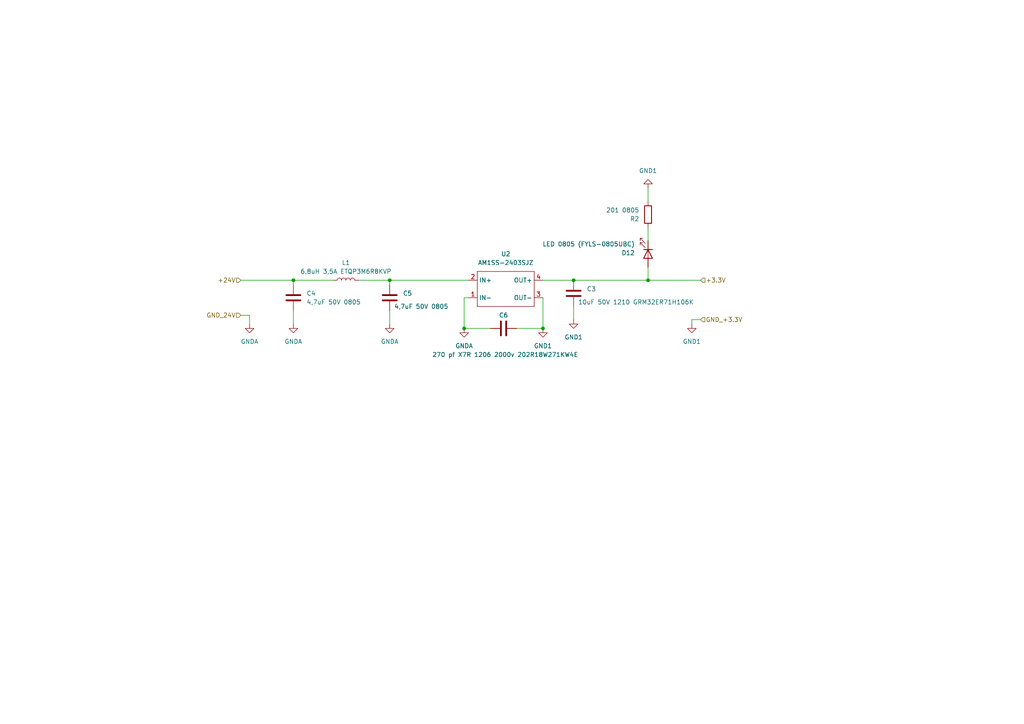
<source format=kicad_sch>
(kicad_sch (version 20230121) (generator eeschema)
  (paper "A4")
  (lib_symbols
    (symbol "Converter_DCDC:AM1SS-"
      (property "Reference" "U" (at -1.27 2.54 0))
      (property "Value" "AM1SS-" (at 0 0 0))
      (symbol "AM1SS-_0_1"
        (rectangle (start -6.35 -2.54) (end 10.16 -12.7))
      )
      (symbol "AM1SS-_1_1"
        (pin input line (at -8.89 -5.08 0) (length 2.56) (name "IN-") (number "1"))
        (pin input line (at -8.89 -10.16 0) (length 2.56) (name "IN+") (number "2"))
        (pin output line (at 12.7 -5.08 180) (length 2.56) (name "OUT-") (number "3"))
        (pin output line (at 12.7 -10.16 180) (length 2.56) (name "OUT+") (number "4"))
      )
    )
    (symbol "Device:C" (pin_numbers hide) (pin_names (offset 0.254))
      (property "Reference" "C" (at 0.635 2.54 0))
      (property "Value" "C" (at 0.635 -2.54 0))
      (symbol "C_0_1"
        (polyline (pts (xy -2.032 -0.762) (xy 2.032 -0.762)) (stroke (width 0.508)))
        (polyline (pts (xy -2.032 0.762) (xy 2.032 0.762)) (stroke (width 0.508)))
      )
      (symbol "C_1_1"
        (pin passive line (at 0 3.81 270) (length 2.794) (name "~") (number "1"))
        (pin passive line (at 0 -3.81 90) (length 2.794) (name "~") (number "2"))
      )
    )
    (symbol "Device:L" (pin_numbers hide) (pin_names (offset 1.016) hide)
      (property "Reference" "L" (at -1.27 0 90))
      (property "Value" "L" (at 1.905 0 90))
      (symbol "L_0_1"
        (arc (start 0 -2.54) (mid 0.6323 -1.905) (end 0 -1.27))
        (arc (start 0 -1.27) (mid 0.6323 -0.635) (end 0 0))
        (arc (start 0 0) (mid 0.6323 0.635) (end 0 1.27))
        (arc (start 0 1.27) (mid 0.6323 1.905) (end 0 2.54))
      )
      (symbol "L_1_1"
        (pin passive line (at 0 3.81 270) (length 1.27) (name "1") (number "1"))
        (pin passive line (at 0 -3.81 90) (length 1.27) (name "2") (number "2"))
      )
    )
    (symbol "Device:LED" (pin_numbers hide) (pin_names (offset 1.016) hide)
      (property "Reference" "D" (at 0 2.54 0))
      (property "Value" "LED" (at 0 -2.54 0))
      (symbol "LED_0_1"
        (polyline (pts (xy -1.27 -1.27) (xy -1.27 1.27)) (stroke (width 0.254)))
        (polyline (pts (xy -1.27 0) (xy 1.27 0)))
        (polyline (pts (xy 1.27 -1.27) (xy 1.27 1.27) (xy -1.27 0) (xy 1.27 -1.27)) (stroke (width 0.254)))
        (polyline (pts (xy -3.048 -0.762) (xy -4.572 -2.286) (xy -3.81 -2.286) (xy -4.572 -2.286) (xy -4.572 -1.524)))
        (polyline (pts (xy -1.778 -0.762) (xy -3.302 -2.286) (xy -2.54 -2.286) (xy -3.302 -2.286) (xy -3.302 -1.524)))
      )
      (symbol "LED_1_1"
        (pin passive line (at -3.81 0 0) (length 2.54) (name "K") (number "1"))
        (pin passive line (at 3.81 0 180) (length 2.54) (name "A") (number "2"))
      )
    )
    (symbol "Device:R" (pin_numbers hide) (pin_names (offset 0))
      (property "Reference" "R" (at 2.032 0 90))
      (property "Value" "R" (at 0 0 90))
      (symbol "R_0_1"
        (rectangle (start -1.016 -2.54) (end 1.016 2.54) (stroke (width 0.254)))
      )
      (symbol "R_1_1"
        (pin passive line (at 0 3.81 270) (length 1.27) (name "~") (number "1"))
        (pin passive line (at 0 -3.81 90) (length 1.27) (name "~") (number "2"))
      )
    )
    (symbol "PCM_4ms_Power-symbol:GNDA" (power) (pin_numbers hide) (pin_names (offset 0) hide)
      (property "Value" "GNDA" (at 0 -3.81 0))
      (symbol "GNDA_0_1"
        (polyline (pts (xy 0 0) (xy 0 -1.27) (xy 1.27 -1.27) (xy 0 -2.54) (xy -1.27 -1.27) (xy 0 -1.27)))
      )
      (symbol "GNDA_1_1"
        (pin power_in line (at 0 0 270) (length 0) hide (name "GNDA") (number "1"))
      )
    )
    (symbol "power:GND1" (power) (pin_names (offset 0))
      (property "Value" "GND1" (at 0 -3.81 0))
      (symbol "GND1_0_1"
        (polyline (pts (xy 0 0) (xy 0 -1.27) (xy 1.27 -1.27) (xy 0 -2.54) (xy -1.27 -1.27) (xy 0 -1.27)))
      )
      (symbol "GND1_1_1"
        (pin power_in line (at 0 0 270) (length 0) hide (name "GND1") (number "1"))
      )
    )
  )
  (junction (at 166.37 81.28))
  (junction (at 85.09 81.28))
  (junction (at 157.48 95.25))
  (junction (at 113.03 81.28))
  (junction (at 134.62 95.25))
  (junction (at 187.96 81.28))
  (wire (pts (xy 113.03 82.55) (xy 113.03 81.28)))
  (wire (pts (xy 166.37 81.28) (xy 187.96 81.28)))
  (wire (pts (xy 149.86 95.25) (xy 157.48 95.25)))
  (wire (pts (xy 104.14 81.28) (xy 113.03 81.28)))
  (wire (pts (xy 187.96 69.85) (xy 187.96 66.04)))
  (wire (pts (xy 166.37 88.9) (xy 166.37 92.71)))
  (wire (pts (xy 157.48 81.28) (xy 166.37 81.28)))
  (wire (pts (xy 187.96 81.28) (xy 203.2 81.28)))
  (wire (pts (xy 72.39 91.44) (xy 72.39 93.98)))
  (wire (pts (xy 187.96 54.61) (xy 187.96 58.42)))
  (wire (pts (xy 200.66 92.71) (xy 200.66 93.98)))
  (wire (pts (xy 157.48 86.36) (xy 157.48 95.25)))
  (wire (pts (xy 134.62 95.25) (xy 142.24 95.25)))
  (wire (pts (xy 85.09 82.55) (xy 85.09 81.28)))
  (wire (pts (xy 69.85 81.28) (xy 85.09 81.28)))
  (wire (pts (xy 85.09 93.98) (xy 85.09 90.17)))
  (wire (pts (xy 85.09 81.28) (xy 96.52 81.28)))
  (wire (pts (xy 113.03 81.28) (xy 135.89 81.28)))
  (wire (pts (xy 69.85 91.44) (xy 72.39 91.44)))
  (wire (pts (xy 203.2 92.71) (xy 200.66 92.71)))
  (wire (pts (xy 187.96 77.47) (xy 187.96 81.28)))
  (wire (pts (xy 135.89 86.36) (xy 134.62 86.36)))
  (wire (pts (xy 113.03 93.98) (xy 113.03 90.17)))
  (wire (pts (xy 134.62 86.36) (xy 134.62 95.25)))
  (hierarchical_label "GND_24V" (shape input) (at 69.85 91.44 180))
  (hierarchical_label "GND_+3.3V" (shape input) (at 203.2 92.71 0))
  (hierarchical_label "+24V" (shape input) (at 69.85 81.28 180))
  (hierarchical_label "+3.3V" (shape input) (at 203.2 81.28 0))
  (symbol (lib_id "power:GND1") (at 187.96 54.61 180) (unit 1)
    (property "Reference" "#PWR0181" (effects hide))
    (property "Value" "GND1" (at 187.96 49.53 0))
    (instances (project "Материнская плата" (path "" (reference "#PWR0181") (unit 1))) (project "Плата основного контроллера" (path "" (reference "#PWR017") (unit 1))) (project "Плата внешних шаговых двигателей" (path "" (reference "#PWR016") (unit 1))))
  )
  (symbol (lib_id "Device:LED") (at 187.96 73.66 270) (unit 1)
    (property "Reference" "D12" (at 184.15 73.3425 90) (effects (justify right)))
    (property "Value" "LED 0805 (FYLS-0805UBC)" (at 184.15 70.8025 90) (effects (justify right)))
    (property "Footprint" "LED_SMD:LED_0805_2012Metric_Pad1.15x1.40mm_HandSolder" (effects hide))
    (instances (project "Материнская плата" (path "" (reference "D12") (unit 1)) (path "" (reference "D14") (unit 1))))
  )
  (symbol (lib_id "Device:L") (at 100.33 81.28 90) (unit 1)
    (property "Reference" "L1" (at 100.33 76.2 90))
    (property "Value" "6,8uH 3,5A ETQP3M6R8KVP" (at 100.33 78.74 90))
    (property "Footprint" "PCM_Inductor_SMD_Handsoldering_AKL:L_Bourns-SRN6028" (effects hide))
  )
  (symbol (lib_id "Device:C") (at 85.09 86.36 0) (unit 1)
    (property "Reference" "C4" (at 88.9 85.09 0) (effects (justify left)))
    (property "Value" "4,7uF 50V 0805" (at 88.9 87.63 0) (effects (justify left)))
    (property "Footprint" "PCM_Capacitor_SMD_AKL:C_0805_2012Metric_Pad1.18x1.45mm_HandSolder" (effects hide))
    (instances (project "Материнская плата" (path "" (reference "C4") (unit 1))) (project "Плата основного контроллера" (path "" (reference "C11") (unit 1))) (project "Плата внешних шаговых двигателей" (path "" (reference "C11") (unit 1))))
  )
  (symbol (lib_id "Converter_DCDC:AM1SS-") (at 144.78 91.44 0) (mirror x) (unit 1)
    (property "Reference" "U2" (at 146.685 73.66 0))
    (property "Value" "AM1SS-2403SJZ" (at 146.685 76.2 0))
    (property "Footprint" "Converter_DCDC:Converter_DCDC_Murata_CRE1xxxxxx3C_THT" (effects hide))
    (property "Datasheet" "https://www.aimtec.com/site/Aimtec/files/Datasheet/HighResolution/am1ss-jz.pdf" (effects hide))
    (instances (project "Материнская плата" (path "" (reference "U2") (unit 1))) (project "Плата основного контроллера" (path "" (reference "U4") (unit 1))) (project "Плата внешних шаговых двигателей" (path "" (reference "U5") (unit 1))))
  )
  (symbol (lib_id "Device:R") (at 187.96 62.23 180) (unit 1)
    (property "Reference" "R2" (at 185.42 63.5 0) (effects (justify left)))
    (property "Value" "201 0805" (at 185.42 60.96 0) (effects (justify left)))
    (property "Footprint" "PCM_Resistor_SMD_AKL:R_0805_2012Metric_Pad1.15x1.40mm" (effects hide))
    (instances (project "Материнская плата" (path "" (reference "R2") (unit 1)) (path "" (reference "R8") (unit 1))))
  )
  (symbol (lib_id "power:GND1") (at 200.66 93.98 0) (unit 1)
    (property "Reference" "#PWR0174" (effects hide))
    (property "Value" "GND1" (at 200.66 99.06 0))
    (instances (project "Материнская плата" (path "" (reference "#PWR0174") (unit 1))) (project "Плата основного контроллера" (path "" (reference "#PWR017") (unit 1))) (project "Плата внешних шаговых двигателей" (path "" (reference "#PWR016") (unit 1))))
  )
  (symbol (lib_id "power:GND1") (at 157.48 95.25 0) (unit 1)
    (property "Reference" "#PWR0177" (effects hide))
    (property "Value" "GND1" (at 157.48 100.33 0))
    (instances (project "Материнская плата" (path "" (reference "#PWR0177") (unit 1))) (project "Плата основного контроллера" (path "" (reference "#PWR017") (unit 1))) (project "Плата внешних шаговых двигателей" (path "" (reference "#PWR016") (unit 1))))
  )
  (symbol (lib_id "Device:C") (at 166.37 85.09 0) (unit 1)
    (property "Reference" "C3" (at 170.18 83.82 0) (effects (justify left)))
    (property "Value" "10uF 50V 1210 GRM32ER71H106K" (at 167.64 87.63 0) (effects (justify left)))
    (property "Footprint" "PCM_Capacitor_SMD_AKL:C_1210_3225Metric_Pad1.42x2.65mm_HandSolder" (effects hide))
    (instances (project "Материнская плата" (path "" (reference "C3") (unit 1))) (project "Плата основного контроллера" (path "" (reference "C10") (unit 1))) (project "Плата внешних шаговых двигателей" (path "" (reference "C10") (unit 1))))
  )
  (symbol (lib_id "power:GND1") (at 166.37 92.71 0) (unit 1)
    (property "Reference" "#PWR0180" (effects hide))
    (property "Value" "GND1" (at 166.37 97.79 0))
    (instances (project "Материнская плата" (path "" (reference "#PWR0180") (unit 1))) (project "Плата основного контроллера" (path "" (reference "#PWR017") (unit 1))) (project "Плата внешних шаговых двигателей" (path "" (reference "#PWR016") (unit 1))))
  )
  (symbol (lib_id "PCM_4ms_Power-symbol:GNDA") (at 113.03 93.98 0) (unit 1)
    (property "Reference" "#PWR0176" (effects hide))
    (property "Value" "GNDA" (at 113.03 99.06 0))
    (instances (project "Материнская плата" (path "" (reference "#PWR0176") (unit 1))) (project "Плата основного контроллера" (path "" (reference "#PWR029") (unit 1))) (project "Плата внешних шаговых двигателей" (path "" (reference "#PWR040") (unit 1))))
  )
  (symbol (lib_id "PCM_4ms_Power-symbol:GNDA") (at 72.39 93.98 0) (unit 1)
    (property "Reference" "#PWR0179" (effects hide))
    (property "Value" "GNDA" (at 72.39 99.06 0))
    (instances (project "Материнская плата" (path "" (reference "#PWR0179") (unit 1))) (project "Плата основного контроллера" (path "" (reference "#PWR028") (unit 1))) (project "Плата внешних шаговых двигателей" (path "" (reference "#PWR039") (unit 1))))
  )
  (symbol (lib_id "Device:C") (at 113.03 86.36 0) (unit 1)
    (property "Reference" "C5" (at 116.84 85.09 0) (effects (justify left)))
    (property "Value" "4,7uF 50V 0805" (at 114.3 88.9 0) (effects (justify left)))
    (property "Footprint" "PCM_Capacitor_SMD_AKL:C_0805_2012Metric_Pad1.18x1.45mm_HandSolder" (effects hide))
    (instances (project "Материнская плата" (path "" (reference "C5") (unit 1))) (project "Плата основного контроллера" (path "" (reference "C12") (unit 1))) (project "Плата внешних шаговых двигателей" (path "" (reference "C12") (unit 1))))
  )
  (symbol (lib_id "PCM_4ms_Power-symbol:GNDA") (at 85.09 93.98 0) (unit 1)
    (property "Reference" "#PWR0175" (effects hide))
    (property "Value" "GNDA" (at 85.09 99.06 0))
    (instances (project "Материнская плата" (path "" (reference "#PWR0175") (unit 1))) (project "Плата основного контроллера" (path "" (reference "#PWR028") (unit 1))) (project "Плата внешних шаговых двигателей" (path "" (reference "#PWR039") (unit 1))))
  )
  (symbol (lib_id "PCM_4ms_Power-symbol:GNDA") (at 134.62 95.25 0) (unit 1)
    (property "Reference" "#PWR0178" (effects hide))
    (property "Value" "GNDA" (at 134.62 100.33 0))
    (instances (project "Материнская плата" (path "" (reference "#PWR0178") (unit 1))) (project "Плата основного контроллера" (path "" (reference "#PWR031") (unit 1))) (project "Плата внешних шаговых двигателей" (path "" (reference "#PWR042") (unit 1))))
  )
  (symbol (lib_id "Device:C") (at 146.05 95.25 90) (unit 1)
    (property "Reference" "C6" (at 146.05 91.44 90))
    (property "Value" " 270 pf X7R 1206 2000v 202R18W271KW4E" (at 146.05 102.87 90))
    (property "Footprint" "PCM_Capacitor_SMD_Handsoldering_AKL:C_1210_3225Metric_Pad1.42x2.65mm" (effects hide))
    (instances (project "Материнская плата" (path "" (reference "C6") (unit 1))) (project "Плата основного контроллера" (path "" (reference "C13") (unit 1))) (project "Плата внешних шаговых двигателей" (path "" (reference "C13") (unit 1))))
  )
)
</source>
